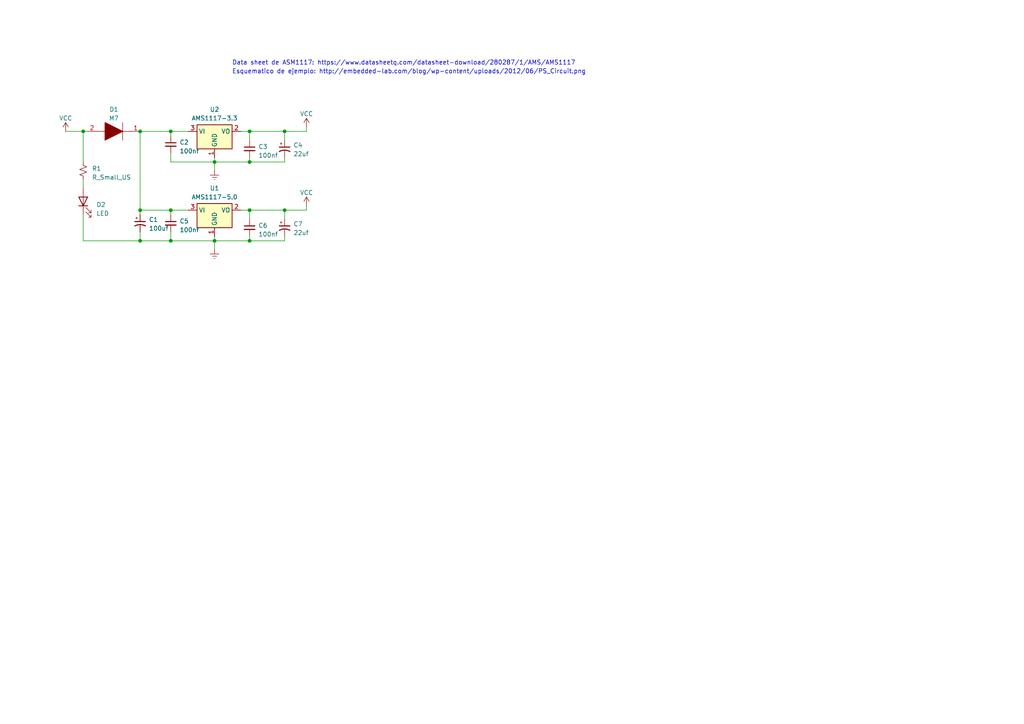
<source format=kicad_sch>
(kicad_sch (version 20230121) (generator eeschema)
  (paper "A4")
  (lib_symbols
    (symbol "Device:C_Polarized_Small_US" (pin_numbers hide) (pin_names (offset 0.254) hide)
      (property "Reference" "C" (at 0.254 1.778 0))
      (property "Value" "C_Polarized_Small_US" (at 0.254 -2.032 0))
      (symbol "C_Polarized_Small_US_0_1"
        (polyline (pts (xy -1.524 0.508) (xy 1.524 0.508)) (stroke (width 0.3048)))
        (polyline (pts (xy -1.27 1.524) (xy -0.762 1.524)))
        (polyline (pts (xy -1.016 1.27) (xy -1.016 1.778)))
        (arc (start 1.524 -0.762) (mid 0 -0.3734) (end -1.524 -0.762) (stroke (width 0.3048)))
      )
      (symbol "C_Polarized_Small_US_1_1"
        (pin passive line (at 0 2.54 270) (length 2.032) (name "~") (number "1"))
        (pin passive line (at 0 -2.54 90) (length 2.032) (name "~") (number "2"))
      )
    )
    (symbol "Device:C_Small" (pin_numbers hide) (pin_names (offset 0.254) hide)
      (property "Reference" "C" (at 0.254 1.778 0))
      (property "Value" "C_Small" (at 0.254 -2.032 0))
      (symbol "C_Small_0_1"
        (polyline (pts (xy -1.524 -0.508) (xy 1.524 -0.508)) (stroke (width 0.3302)))
        (polyline (pts (xy -1.524 0.508) (xy 1.524 0.508)) (stroke (width 0.3048)))
      )
      (symbol "C_Small_1_1"
        (pin passive line (at 0 2.54 270) (length 2.032) (name "~") (number "1"))
        (pin passive line (at 0 -2.54 90) (length 2.032) (name "~") (number "2"))
      )
    )
    (symbol "Device:LED" (pin_numbers hide) (pin_names (offset 1.016) hide)
      (property "Reference" "D" (at 0 2.54 0))
      (property "Value" "LED" (at 0 -2.54 0))
      (symbol "LED_0_1"
        (polyline (pts (xy -1.27 -1.27) (xy -1.27 1.27)) (stroke (width 0.254)))
        (polyline (pts (xy -1.27 0) (xy 1.27 0)))
        (polyline (pts (xy 1.27 -1.27) (xy 1.27 1.27) (xy -1.27 0) (xy 1.27 -1.27)) (stroke (width 0.254)))
        (polyline (pts (xy -3.048 -0.762) (xy -4.572 -2.286) (xy -3.81 -2.286) (xy -4.572 -2.286) (xy -4.572 -1.524)))
        (polyline (pts (xy -1.778 -0.762) (xy -3.302 -2.286) (xy -2.54 -2.286) (xy -3.302 -2.286) (xy -3.302 -1.524)))
      )
      (symbol "LED_1_1"
        (pin passive line (at -3.81 0 0) (length 2.54) (name "K") (number "1"))
        (pin passive line (at 3.81 0 180) (length 2.54) (name "A") (number "2"))
      )
    )
    (symbol "Device:R_Small_US" (pin_numbers hide) (pin_names (offset 0.254) hide)
      (property "Reference" "R" (at 0.762 0.508 0))
      (property "Value" "R_Small_US" (at 0.762 -1.016 0))
      (symbol "R_Small_US_1_1"
        (polyline (pts (xy 0 0) (xy 1.016 -0.381) (xy 0 -0.762) (xy -1.016 -1.143) (xy 0 -1.524)))
        (polyline (pts (xy 0 1.524) (xy 1.016 1.143) (xy 0 0.762) (xy -1.016 0.381) (xy 0 0)))
        (pin passive line (at 0 2.54 270) (length 1.016) (name "~") (number "1"))
        (pin passive line (at 0 -2.54 90) (length 1.016) (name "~") (number "2"))
      )
    )
    (symbol "M7:M7" (pin_names (offset 0.762))
      (property "Reference" "D" (at 11.43 5.08 0))
      (property "Value" "M7" (at 11.43 2.54 0))
      (symbol "M7_0_0"
        (pin passive line (at 0 0 0) (length 2.54) (name "~") (number "1"))
        (pin passive line (at 15.24 0 180) (length 2.54) (name "~") (number "2"))
      )
      (symbol "M7_0_1"
        (polyline (pts (xy 2.54 0) (xy 5.08 0)) (stroke (width 0.1524)))
        (polyline (pts (xy 5.08 2.54) (xy 5.08 -2.54)) (stroke (width 0.1524)))
        (polyline (pts (xy 10.16 0) (xy 12.7 0)) (stroke (width 0.1524)))
        (polyline (pts (xy 5.08 0) (xy 10.16 2.54) (xy 10.16 -2.54) (xy 5.08 0)) (stroke (width 0.254)) (fill (type outline)))
      )
    )
    (symbol "Regulator_Linear:AMS1117-3.3"
      (property "Reference" "U" (at -3.81 3.175 0))
      (property "Value" "AMS1117-3.3" (at 0 3.175 0))
      (symbol "AMS1117-3.3_0_1"
        (rectangle (start -5.08 -5.08) (end 5.08 1.905) (stroke (width 0.254)) (fill (type background)))
      )
      (symbol "AMS1117-3.3_1_1"
        (pin power_in line (at 0 -7.62 90) (length 2.54) (name "GND") (number "1"))
        (pin power_out line (at 7.62 0 180) (length 2.54) (name "VO") (number "2"))
        (pin power_in line (at -7.62 0 0) (length 2.54) (name "VI") (number "3"))
      )
    )
    (symbol "Regulator_Linear:AMS1117-5.0"
      (property "Reference" "U" (at -3.81 3.175 0))
      (property "Value" "AMS1117-5.0" (at 0 3.175 0))
      (symbol "AMS1117-5.0_0_1"
        (rectangle (start -5.08 -5.08) (end 5.08 1.905) (stroke (width 0.254)) (fill (type background)))
      )
      (symbol "AMS1117-5.0_1_1"
        (pin power_in line (at 0 -7.62 90) (length 2.54) (name "GND") (number "1"))
        (pin power_out line (at 7.62 0 180) (length 2.54) (name "VO") (number "2"))
        (pin power_in line (at -7.62 0 0) (length 2.54) (name "VI") (number "3"))
      )
    )
    (symbol "power:Earth" (power) (pin_names (offset 0))
      (symbol "Earth_0_1"
        (polyline (pts (xy -0.635 -1.905) (xy 0.635 -1.905)))
        (polyline (pts (xy -0.127 -2.54) (xy 0.127 -2.54)))
        (polyline (pts (xy 0 -1.27) (xy 0 0)))
        (polyline (pts (xy 1.27 -1.27) (xy -1.27 -1.27)))
      )
      (symbol "Earth_1_1"
        (pin power_in line (at 0 0 270) (length 0) hide (name "Earth") (number "1"))
      )
    )
    (symbol "power:VCC" (power) (pin_names (offset 0))
      (property "Value" "VCC" (at 0 3.81 0))
      (symbol "VCC_0_1"
        (polyline (pts (xy -0.762 1.27) (xy 0 2.54)))
        (polyline (pts (xy 0 0) (xy 0 2.54)))
        (polyline (pts (xy 0 2.54) (xy 0.762 1.27)))
      )
      (symbol "VCC_1_1"
        (pin power_in line (at 0 0 90) (length 0) hide (name "VCC") (number "1"))
      )
    )
  )
  (junction (at 72.39 46.99))
  (junction (at 24.13 38.1))
  (junction (at 62.23 46.99))
  (junction (at 62.23 69.85))
  (junction (at 40.64 60.96))
  (junction (at 82.55 38.1))
  (junction (at 49.53 38.1))
  (junction (at 40.64 69.85))
  (junction (at 49.53 69.85))
  (junction (at 72.39 69.85))
  (junction (at 49.53 60.96))
  (junction (at 82.55 60.96))
  (junction (at 72.39 38.1))
  (junction (at 40.64 38.1))
  (junction (at 72.39 60.96))
  (wire (pts (xy 40.64 60.96) (xy 40.64 38.1)))
  (wire (pts (xy 72.39 60.96) (xy 72.39 63.5)))
  (wire (pts (xy 40.64 69.85) (xy 49.53 69.85)))
  (wire (pts (xy 49.53 44.45) (xy 49.53 46.99)))
  (wire (pts (xy 40.64 67.31) (xy 40.64 69.85)))
  (wire (pts (xy 49.53 60.96) (xy 49.53 62.23)))
  (wire (pts (xy 82.55 45.72) (xy 82.55 46.99)))
  (wire (pts (xy 62.23 69.85) (xy 72.39 69.85)))
  (wire (pts (xy 88.9 60.96) (xy 88.9 59.69)))
  (wire (pts (xy 24.13 38.1) (xy 25.4 38.1)))
  (wire (pts (xy 72.39 45.72) (xy 72.39 46.99)))
  (wire (pts (xy 49.53 69.85) (xy 62.23 69.85)))
  (wire (pts (xy 72.39 38.1) (xy 82.55 38.1)))
  (wire (pts (xy 82.55 38.1) (xy 82.55 40.64)))
  (wire (pts (xy 82.55 38.1) (xy 88.9 38.1)))
  (wire (pts (xy 49.53 38.1) (xy 54.61 38.1)))
  (wire (pts (xy 88.9 38.1) (xy 88.9 36.83)))
  (wire (pts (xy 62.23 69.85) (xy 62.23 68.58)))
  (wire (pts (xy 82.55 60.96) (xy 88.9 60.96)))
  (wire (pts (xy 69.85 60.96) (xy 72.39 60.96)))
  (wire (pts (xy 82.55 69.85) (xy 72.39 69.85)))
  (wire (pts (xy 24.13 62.23) (xy 24.13 69.85)))
  (wire (pts (xy 69.85 38.1) (xy 72.39 38.1)))
  (wire (pts (xy 82.55 68.58) (xy 82.55 69.85)))
  (wire (pts (xy 40.64 38.1) (xy 49.53 38.1)))
  (wire (pts (xy 49.53 67.31) (xy 49.53 69.85)))
  (wire (pts (xy 40.64 60.96) (xy 40.64 62.23)))
  (wire (pts (xy 62.23 69.85) (xy 62.23 72.39)))
  (wire (pts (xy 82.55 60.96) (xy 82.55 63.5)))
  (wire (pts (xy 72.39 68.58) (xy 72.39 69.85)))
  (wire (pts (xy 49.53 60.96) (xy 54.61 60.96)))
  (wire (pts (xy 72.39 46.99) (xy 82.55 46.99)))
  (wire (pts (xy 24.13 69.85) (xy 40.64 69.85)))
  (wire (pts (xy 40.64 60.96) (xy 49.53 60.96)))
  (wire (pts (xy 19.05 38.1) (xy 24.13 38.1)))
  (wire (pts (xy 62.23 46.99) (xy 62.23 45.72)))
  (wire (pts (xy 49.53 46.99) (xy 62.23 46.99)))
  (wire (pts (xy 72.39 38.1) (xy 72.39 40.64)))
  (wire (pts (xy 24.13 52.07) (xy 24.13 54.61)))
  (wire (pts (xy 62.23 46.99) (xy 72.39 46.99)))
  (wire (pts (xy 62.23 46.99) (xy 62.23 49.53)))
  (wire (pts (xy 49.53 38.1) (xy 49.53 39.37)))
  (wire (pts (xy 72.39 60.96) (xy 82.55 60.96)))
  (wire (pts (xy 24.13 46.99) (xy 24.13 38.1)))
  (text "Esquematico de ejemplo: http://embedded-lab.com/blog/wp-content/uploads/2012/06/PS_Circuit.png\n" (at 67.31 21.59 0) (effects (font (size 1.27 1.27)) (justify left bottom)))
  (text "Data sheet de ASM1117: https://www.datasheetq.com/datasheet-download/280287/1/AMS/AMS1117" (at 67.31 19.05 0) (effects (font (size 1.27 1.27)) (justify left bottom)))
  (symbol (lib_id "Device:C_Small") (at 72.39 43.18 0) (unit 1)
    (property "Reference" "C3" (at 74.93 42.5513 0) (effects (justify left)))
    (property "Value" "100nf" (at 74.93 45.0913 0) (effects (justify left)))
    (property "Footprint" "Capacitor_SMD:C_0201_0603Metric" (effects hide))
  )
  (symbol (lib_id "power:VCC") (at 88.9 36.83 0) (unit 1)
    (property "Reference" "#PWR03" (effects hide))
    (property "Value" "3.3" (at 88.9 33.02 0))
  )
  (symbol (lib_id "power:VCC") (at 88.9 59.69 0) (unit 1)
    (property "Reference" "#PWR05" (effects hide))
    (property "Value" "5" (at 88.9 55.88 0))
  )
  (symbol (lib_id "Device:C_Small") (at 72.39 66.04 0) (unit 1)
    (property "Reference" "C6" (at 74.93 65.4113 0) (effects (justify left)))
    (property "Value" "100nf" (at 74.93 67.9513 0) (effects (justify left)))
    (property "Footprint" "Capacitor_SMD:C_0201_0603Metric" (effects hide))
  )
  (symbol (lib_id "Regulator_Linear:AMS1117-5.0") (at 62.23 60.96 0) (unit 1)
    (property "Reference" "U1" (at 62.23 54.61 0))
    (property "Value" "AMS1117-5.0" (at 62.23 57.15 0))
    (property "Footprint" "Package_TO_SOT_SMD:SOT-223-3_TabPin2" (effects hide))
    (property "Datasheet" "http://www.advanced-monolithic.com/pdf/ds1117.pdf" (effects hide))
  )
  (symbol (lib_id "power:Earth") (at 62.23 72.39 0) (unit 1)
    (property "Reference" "#PWR04" (effects hide))
    (property "Value" "Earth" (effects hide))
  )
  (symbol (lib_id "M7:M7") (at 40.64 38.1 180) (unit 1)
    (property "Reference" "D1" (at 33.02 31.75 0))
    (property "Value" "M7" (at 33.02 34.29 0))
    (property "Footprint" "Diode_SMD:D_SMA" (effects hide))
    (property "Datasheet" "https://www.mouser.in/datasheet/2/849/m1-2577421.pdf" (effects hide))
    (property "Description" "Standard recovery rectifier diode" (effects hide))
    (property "Height" "2.4" (effects hide))
    (property "Mouser Part Number" "637-M7" (effects hide))
    (property "Mouser Price/Stock" "https://www.mouser.co.uk/ProductDetail/Diotec-Semiconductor/M7?qs=OlC7AqGiEDln9itgkDD%2F2A%3D%3D" (effects hide))
    (property "Manufacturer_Name" "Diotec" (effects hide))
    (property "Manufacturer_Part_Number" "M7" (effects hide))
    (instances (project "Proyecto kiss" (path "" (reference "D1") (unit 1)) (path "" (reference "D1") (unit 1)) (path "" (reference "D3") (unit 1)) (path "" (reference "D4") (unit 1)) (path "" (reference "D5") (unit 1)) (path "" (reference "D6") (unit 1))))
  )
  (symbol (lib_id "Device:C_Small") (at 49.53 64.77 0) (unit 1)
    (property "Reference" "C5" (at 52.07 64.1413 0) (effects (justify left)))
    (property "Value" "100nf" (at 52.07 66.6813 0) (effects (justify left)))
    (property "Footprint" "Capacitor_SMD:C_0201_0603Metric" (effects hide))
  )
  (symbol (lib_id "Device:C_Polarized_Small_US") (at 40.64 64.77 0) (unit 1)
    (property "Reference" "C1" (at 43.18 63.7032 0) (effects (justify left)))
    (property "Value" "100uf" (at 43.18 66.2432 0) (effects (justify left)))
    (property "Footprint" "Capacitor_SMD:CP_Elec_6.3x3" (effects hide))
  )
  (symbol (lib_id "Device:C_Polarized_Small_US") (at 82.55 66.04 0) (unit 1)
    (property "Reference" "C7" (at 85.09 64.9732 0) (effects (justify left)))
    (property "Value" "22uf" (at 85.09 67.5132 0) (effects (justify left)))
    (property "Footprint" "Capacitor_SMD:CP_Elec_4x3" (effects hide))
  )
  (symbol (lib_id "Device:C_Small") (at 49.53 41.91 0) (unit 1)
    (property "Reference" "C2" (at 52.07 41.2813 0) (effects (justify left)))
    (property "Value" "100nf" (at 52.07 43.8213 0) (effects (justify left)))
    (property "Footprint" "Capacitor_SMD:C_0201_0603Metric" (effects hide))
  )
  (symbol (lib_id "Device:LED") (at 24.13 58.42 90) (unit 1)
    (property "Reference" "D2" (at 27.94 59.3725 90) (effects (justify right)))
    (property "Value" "LED" (at 27.94 61.9125 90) (effects (justify right)))
    (property "Footprint" "LED_SMD:LED_1206_3216Metric" (effects hide))
  )
  (symbol (lib_id "Regulator_Linear:AMS1117-3.3") (at 62.23 38.1 0) (unit 1)
    (property "Reference" "U2" (at 62.23 31.75 0))
    (property "Value" "AMS1117-3.3" (at 62.23 34.29 0))
    (property "Footprint" "Package_TO_SOT_SMD:SOT-223-3_TabPin2" (effects hide))
    (property "Datasheet" "http://www.advanced-monolithic.com/pdf/ds1117.pdf" (effects hide))
  )
  (symbol (lib_id "Device:C_Polarized_Small_US") (at 82.55 43.18 0) (unit 1)
    (property "Reference" "C4" (at 85.09 42.1132 0) (effects (justify left)))
    (property "Value" "22uf" (at 85.09 44.6532 0) (effects (justify left)))
    (property "Footprint" "Capacitor_SMD:CP_Elec_4x3" (effects hide))
  )
  (symbol (lib_id "power:VCC") (at 19.05 38.1 0) (unit 1)
    (property "Reference" "#PWR02" (effects hide))
    (property "Value" "VCC" (at 19.05 34.29 0))
  )
  (symbol (lib_id "Device:R_Small_US") (at 24.13 49.53 0) (unit 1)
    (property "Reference" "R1" (at 26.67 48.895 0) (effects (justify left)))
    (property "Value" "R_Small_US" (at 26.67 51.435 0) (effects (justify left)))
    (property "Footprint" "Resistor_SMD:R_0201_0603Metric" (effects hide))
  )
  (symbol (lib_id "power:Earth") (at 62.23 49.53 0) (unit 1)
    (property "Reference" "#PWR01" (effects hide))
    (property "Value" "Earth" (effects hide))
  )
)
</source>
